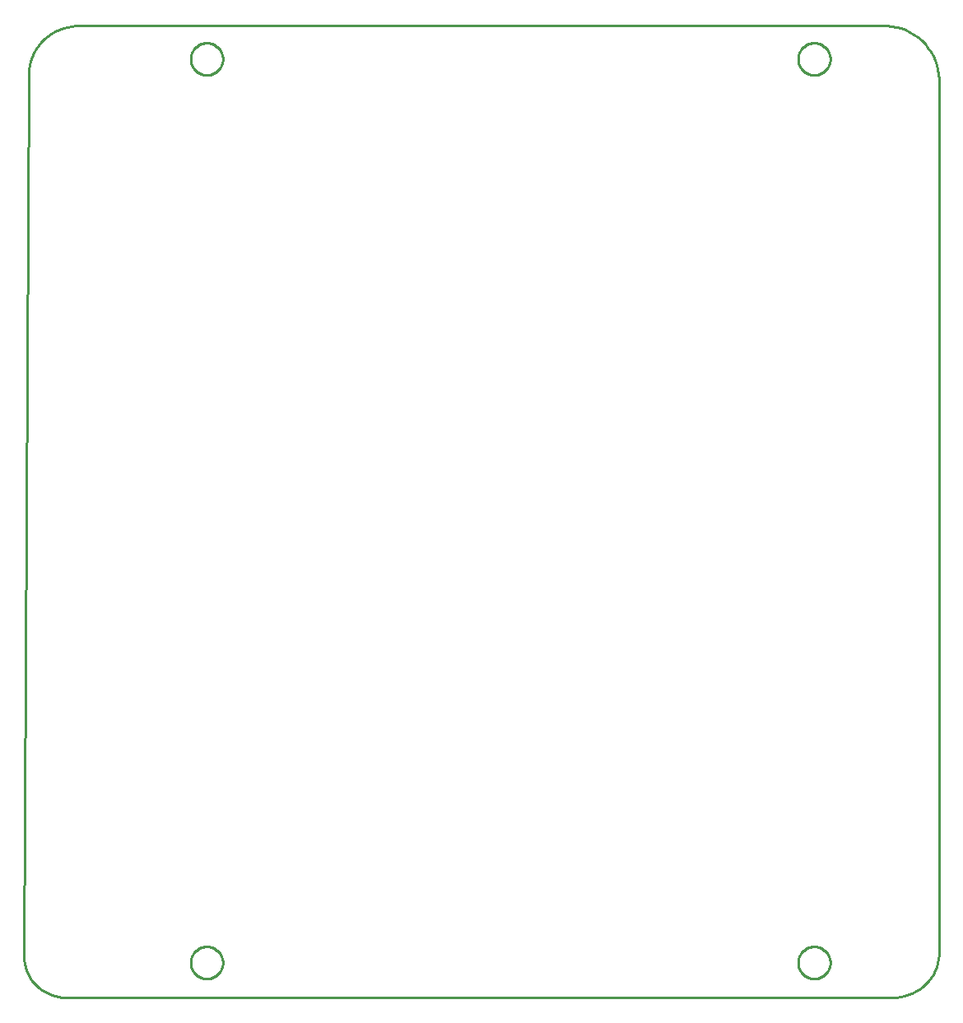
<source format=gbr>
G04 EAGLE Gerber X2 export*
%TF.Part,Single*%
%TF.FileFunction,Profile,NP*%
%TF.FilePolarity,Positive*%
%TF.GenerationSoftware,Autodesk,EAGLE,8.6.0*%
%TF.CreationDate,2018-06-10T17:56:49Z*%
G75*
%MOMM*%
%FSLAX34Y34*%
%LPD*%
%AMOC8*
5,1,8,0,0,1.08239X$1,22.5*%
G01*
%ADD10C,0.254000*%


D10*
X235Y56285D02*
X742Y52598D01*
X1568Y48969D01*
X2707Y45425D01*
X4150Y41995D01*
X5887Y38703D01*
X7905Y35575D01*
X10187Y32635D01*
X12717Y29904D01*
X15475Y27405D01*
X18440Y25156D01*
X21591Y23174D01*
X24902Y21473D01*
X28348Y20068D01*
X31904Y18969D01*
X35542Y18183D01*
X39235Y17718D01*
X42955Y17577D01*
X46672Y17760D01*
X46885Y17780D01*
X889471Y17780D01*
X893641Y17596D01*
X897811Y17776D01*
X901949Y18319D01*
X906025Y19221D01*
X910006Y20474D01*
X913863Y22070D01*
X917567Y23996D01*
X921088Y26237D01*
X924401Y28777D01*
X927479Y31595D01*
X930300Y34671D01*
X932843Y37982D01*
X935087Y41501D01*
X937016Y45203D01*
X938615Y49058D01*
X939872Y53039D01*
X940777Y57113D01*
X941324Y61251D01*
X941324Y962418D01*
X940942Y967358D01*
X940131Y972245D01*
X938897Y977043D01*
X937250Y981715D01*
X935201Y986226D01*
X932768Y990542D01*
X929967Y994628D01*
X926821Y998455D01*
X923353Y1001993D01*
X919591Y1005216D01*
X915561Y1008098D01*
X911296Y1010619D01*
X906827Y1012757D01*
X902189Y1014499D01*
X897417Y1015829D01*
X892547Y1016739D01*
X887616Y1017220D01*
X882662Y1017270D01*
X57901Y1017270D01*
X53444Y1017253D01*
X49006Y1016849D01*
X44620Y1016058D01*
X40319Y1014889D01*
X36136Y1013349D01*
X32104Y1011450D01*
X28253Y1009208D01*
X24611Y1006638D01*
X21208Y1003760D01*
X18068Y1000597D01*
X15216Y997172D01*
X12673Y993512D01*
X10459Y989644D01*
X8591Y985598D01*
X7082Y981404D01*
X5944Y977095D01*
X5187Y972703D01*
X4815Y968262D01*
X235Y56285D01*
X829310Y52800D02*
X829239Y51721D01*
X829098Y50649D01*
X828887Y49589D01*
X828608Y48545D01*
X828260Y47521D01*
X827846Y46523D01*
X827368Y45553D01*
X826828Y44617D01*
X826227Y43718D01*
X825569Y42861D01*
X824857Y42048D01*
X824092Y41284D01*
X823279Y40571D01*
X822422Y39913D01*
X821523Y39312D01*
X820587Y38772D01*
X819617Y38294D01*
X818619Y37880D01*
X817595Y37532D01*
X816551Y37253D01*
X815491Y37042D01*
X814419Y36901D01*
X813340Y36830D01*
X812260Y36830D01*
X811181Y36901D01*
X810109Y37042D01*
X809049Y37253D01*
X808005Y37532D01*
X806981Y37880D01*
X805983Y38294D01*
X805013Y38772D01*
X804077Y39312D01*
X803178Y39913D01*
X802321Y40571D01*
X801508Y41284D01*
X800744Y42048D01*
X800031Y42861D01*
X799373Y43718D01*
X798772Y44617D01*
X798232Y45553D01*
X797754Y46523D01*
X797340Y47521D01*
X796992Y48545D01*
X796713Y49589D01*
X796502Y50649D01*
X796361Y51721D01*
X796290Y52800D01*
X796290Y53880D01*
X796361Y54959D01*
X796502Y56031D01*
X796713Y57091D01*
X796992Y58135D01*
X797340Y59159D01*
X797754Y60157D01*
X798232Y61127D01*
X798772Y62063D01*
X799373Y62962D01*
X800031Y63819D01*
X800744Y64632D01*
X801508Y65397D01*
X802321Y66109D01*
X803178Y66767D01*
X804077Y67368D01*
X805013Y67908D01*
X805983Y68386D01*
X806981Y68800D01*
X808005Y69148D01*
X809049Y69427D01*
X810109Y69638D01*
X811181Y69779D01*
X812260Y69850D01*
X813340Y69850D01*
X814419Y69779D01*
X815491Y69638D01*
X816551Y69427D01*
X817595Y69148D01*
X818619Y68800D01*
X819617Y68386D01*
X820587Y67908D01*
X821523Y67368D01*
X822422Y66767D01*
X823279Y66109D01*
X824092Y65397D01*
X824857Y64632D01*
X825569Y63819D01*
X826227Y62962D01*
X826828Y62063D01*
X827368Y61127D01*
X827846Y60157D01*
X828260Y59159D01*
X828608Y58135D01*
X828887Y57091D01*
X829098Y56031D01*
X829239Y54959D01*
X829310Y53880D01*
X829310Y52800D01*
X829310Y982440D02*
X829239Y981361D01*
X829098Y980289D01*
X828887Y979229D01*
X828608Y978185D01*
X828260Y977161D01*
X827846Y976163D01*
X827368Y975193D01*
X826828Y974257D01*
X826227Y973358D01*
X825569Y972501D01*
X824857Y971688D01*
X824092Y970924D01*
X823279Y970211D01*
X822422Y969553D01*
X821523Y968952D01*
X820587Y968412D01*
X819617Y967934D01*
X818619Y967520D01*
X817595Y967172D01*
X816551Y966893D01*
X815491Y966682D01*
X814419Y966541D01*
X813340Y966470D01*
X812260Y966470D01*
X811181Y966541D01*
X810109Y966682D01*
X809049Y966893D01*
X808005Y967172D01*
X806981Y967520D01*
X805983Y967934D01*
X805013Y968412D01*
X804077Y968952D01*
X803178Y969553D01*
X802321Y970211D01*
X801508Y970924D01*
X800744Y971688D01*
X800031Y972501D01*
X799373Y973358D01*
X798772Y974257D01*
X798232Y975193D01*
X797754Y976163D01*
X797340Y977161D01*
X796992Y978185D01*
X796713Y979229D01*
X796502Y980289D01*
X796361Y981361D01*
X796290Y982440D01*
X796290Y983520D01*
X796361Y984599D01*
X796502Y985671D01*
X796713Y986731D01*
X796992Y987775D01*
X797340Y988799D01*
X797754Y989797D01*
X798232Y990767D01*
X798772Y991703D01*
X799373Y992602D01*
X800031Y993459D01*
X800744Y994272D01*
X801508Y995037D01*
X802321Y995749D01*
X803178Y996407D01*
X804077Y997008D01*
X805013Y997548D01*
X805983Y998026D01*
X806981Y998440D01*
X808005Y998788D01*
X809049Y999067D01*
X810109Y999278D01*
X811181Y999419D01*
X812260Y999490D01*
X813340Y999490D01*
X814419Y999419D01*
X815491Y999278D01*
X816551Y999067D01*
X817595Y998788D01*
X818619Y998440D01*
X819617Y998026D01*
X820587Y997548D01*
X821523Y997008D01*
X822422Y996407D01*
X823279Y995749D01*
X824092Y995037D01*
X824857Y994272D01*
X825569Y993459D01*
X826227Y992602D01*
X826828Y991703D01*
X827368Y990767D01*
X827846Y989797D01*
X828260Y988799D01*
X828608Y987775D01*
X828887Y986731D01*
X829098Y985671D01*
X829239Y984599D01*
X829310Y983520D01*
X829310Y982440D01*
X204470Y982440D02*
X204399Y981361D01*
X204258Y980289D01*
X204047Y979229D01*
X203768Y978185D01*
X203420Y977161D01*
X203006Y976163D01*
X202528Y975193D01*
X201988Y974257D01*
X201387Y973358D01*
X200729Y972501D01*
X200017Y971688D01*
X199252Y970924D01*
X198439Y970211D01*
X197582Y969553D01*
X196683Y968952D01*
X195747Y968412D01*
X194777Y967934D01*
X193779Y967520D01*
X192755Y967172D01*
X191711Y966893D01*
X190651Y966682D01*
X189579Y966541D01*
X188500Y966470D01*
X187420Y966470D01*
X186341Y966541D01*
X185269Y966682D01*
X184209Y966893D01*
X183165Y967172D01*
X182141Y967520D01*
X181143Y967934D01*
X180173Y968412D01*
X179237Y968952D01*
X178338Y969553D01*
X177481Y970211D01*
X176668Y970924D01*
X175904Y971688D01*
X175191Y972501D01*
X174533Y973358D01*
X173932Y974257D01*
X173392Y975193D01*
X172914Y976163D01*
X172500Y977161D01*
X172152Y978185D01*
X171873Y979229D01*
X171662Y980289D01*
X171521Y981361D01*
X171450Y982440D01*
X171450Y983520D01*
X171521Y984599D01*
X171662Y985671D01*
X171873Y986731D01*
X172152Y987775D01*
X172500Y988799D01*
X172914Y989797D01*
X173392Y990767D01*
X173932Y991703D01*
X174533Y992602D01*
X175191Y993459D01*
X175904Y994272D01*
X176668Y995037D01*
X177481Y995749D01*
X178338Y996407D01*
X179237Y997008D01*
X180173Y997548D01*
X181143Y998026D01*
X182141Y998440D01*
X183165Y998788D01*
X184209Y999067D01*
X185269Y999278D01*
X186341Y999419D01*
X187420Y999490D01*
X188500Y999490D01*
X189579Y999419D01*
X190651Y999278D01*
X191711Y999067D01*
X192755Y998788D01*
X193779Y998440D01*
X194777Y998026D01*
X195747Y997548D01*
X196683Y997008D01*
X197582Y996407D01*
X198439Y995749D01*
X199252Y995037D01*
X200017Y994272D01*
X200729Y993459D01*
X201387Y992602D01*
X201988Y991703D01*
X202528Y990767D01*
X203006Y989797D01*
X203420Y988799D01*
X203768Y987775D01*
X204047Y986731D01*
X204258Y985671D01*
X204399Y984599D01*
X204470Y983520D01*
X204470Y982440D01*
X204470Y52800D02*
X204399Y51721D01*
X204258Y50649D01*
X204047Y49589D01*
X203768Y48545D01*
X203420Y47521D01*
X203006Y46523D01*
X202528Y45553D01*
X201988Y44617D01*
X201387Y43718D01*
X200729Y42861D01*
X200017Y42048D01*
X199252Y41284D01*
X198439Y40571D01*
X197582Y39913D01*
X196683Y39312D01*
X195747Y38772D01*
X194777Y38294D01*
X193779Y37880D01*
X192755Y37532D01*
X191711Y37253D01*
X190651Y37042D01*
X189579Y36901D01*
X188500Y36830D01*
X187420Y36830D01*
X186341Y36901D01*
X185269Y37042D01*
X184209Y37253D01*
X183165Y37532D01*
X182141Y37880D01*
X181143Y38294D01*
X180173Y38772D01*
X179237Y39312D01*
X178338Y39913D01*
X177481Y40571D01*
X176668Y41284D01*
X175904Y42048D01*
X175191Y42861D01*
X174533Y43718D01*
X173932Y44617D01*
X173392Y45553D01*
X172914Y46523D01*
X172500Y47521D01*
X172152Y48545D01*
X171873Y49589D01*
X171662Y50649D01*
X171521Y51721D01*
X171450Y52800D01*
X171450Y53880D01*
X171521Y54959D01*
X171662Y56031D01*
X171873Y57091D01*
X172152Y58135D01*
X172500Y59159D01*
X172914Y60157D01*
X173392Y61127D01*
X173932Y62063D01*
X174533Y62962D01*
X175191Y63819D01*
X175904Y64632D01*
X176668Y65397D01*
X177481Y66109D01*
X178338Y66767D01*
X179237Y67368D01*
X180173Y67908D01*
X181143Y68386D01*
X182141Y68800D01*
X183165Y69148D01*
X184209Y69427D01*
X185269Y69638D01*
X186341Y69779D01*
X187420Y69850D01*
X188500Y69850D01*
X189579Y69779D01*
X190651Y69638D01*
X191711Y69427D01*
X192755Y69148D01*
X193779Y68800D01*
X194777Y68386D01*
X195747Y67908D01*
X196683Y67368D01*
X197582Y66767D01*
X198439Y66109D01*
X199252Y65397D01*
X200017Y64632D01*
X200729Y63819D01*
X201387Y62962D01*
X201988Y62063D01*
X202528Y61127D01*
X203006Y60157D01*
X203420Y59159D01*
X203768Y58135D01*
X204047Y57091D01*
X204258Y56031D01*
X204399Y54959D01*
X204470Y53880D01*
X204470Y52800D01*
M02*

</source>
